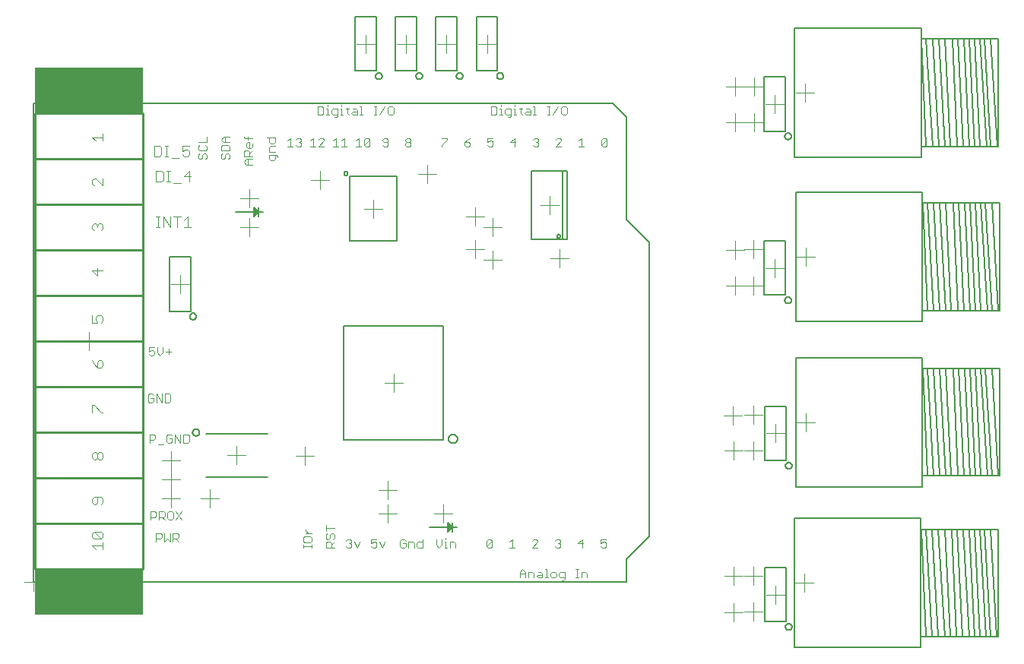
<source format=gto>
G75*
%MOIN*%
%OFA0B0*%
%FSLAX25Y25*%
%IPPOS*%
%LPD*%
%AMOC8*
5,1,8,0,0,1.08239X$1,22.5*
%
%ADD10C,0.00400*%
%ADD11C,0.00300*%
%ADD12C,0.00000*%
%ADD13C,0.00500*%
%ADD14C,0.00787*%
%ADD15C,0.00800*%
%ADD16C,0.00600*%
%ADD17C,0.01000*%
%ADD18R,0.47244X0.20000*%
D10*
X0054262Y0061048D02*
X0052728Y0062583D01*
X0057331Y0062583D01*
X0057331Y0061048D02*
X0057331Y0064118D01*
X0056564Y0065652D02*
X0053495Y0068722D01*
X0056564Y0068722D01*
X0057331Y0067954D01*
X0057331Y0066420D01*
X0056564Y0065652D01*
X0053495Y0065652D01*
X0052728Y0066420D01*
X0052728Y0067954D01*
X0053495Y0068722D01*
X0053495Y0080733D02*
X0054262Y0080733D01*
X0055030Y0081501D01*
X0055030Y0083803D01*
X0056564Y0083803D02*
X0053495Y0083803D01*
X0052728Y0083035D01*
X0052728Y0081501D01*
X0053495Y0080733D01*
X0056564Y0080733D02*
X0057331Y0081501D01*
X0057331Y0083035D01*
X0056564Y0083803D01*
X0056564Y0100419D02*
X0055797Y0100419D01*
X0055030Y0101186D01*
X0055030Y0102720D01*
X0055797Y0103488D01*
X0056564Y0103488D01*
X0057331Y0102720D01*
X0057331Y0101186D01*
X0056564Y0100419D01*
X0055030Y0101186D02*
X0054262Y0100419D01*
X0053495Y0100419D01*
X0052728Y0101186D01*
X0052728Y0102720D01*
X0053495Y0103488D01*
X0054262Y0103488D01*
X0055030Y0102720D01*
X0056564Y0121088D02*
X0057331Y0121088D01*
X0056564Y0121088D02*
X0053495Y0124157D01*
X0052728Y0124157D01*
X0052728Y0121088D01*
X0055030Y0140773D02*
X0053495Y0142307D01*
X0052728Y0143842D01*
X0055030Y0143075D02*
X0055030Y0140773D01*
X0056564Y0140773D01*
X0057331Y0141540D01*
X0057331Y0143075D01*
X0056564Y0143842D01*
X0055797Y0143842D01*
X0055030Y0143075D01*
X0055030Y0160458D02*
X0052728Y0160458D01*
X0052728Y0163527D01*
X0054262Y0162760D02*
X0055030Y0163527D01*
X0056564Y0163527D01*
X0057331Y0162760D01*
X0057331Y0161225D01*
X0056564Y0160458D01*
X0055030Y0160458D02*
X0054262Y0161993D01*
X0054262Y0162760D01*
X0055030Y0181127D02*
X0055030Y0184196D01*
X0057331Y0183429D02*
X0052728Y0183429D01*
X0055030Y0181127D01*
X0056564Y0200812D02*
X0057331Y0201580D01*
X0057331Y0203114D01*
X0056564Y0203881D01*
X0055797Y0203881D01*
X0055030Y0203114D01*
X0055030Y0202347D01*
X0055030Y0203114D02*
X0054262Y0203881D01*
X0053495Y0203881D01*
X0052728Y0203114D01*
X0052728Y0201580D01*
X0053495Y0200812D01*
X0053495Y0220497D02*
X0052728Y0221265D01*
X0052728Y0222799D01*
X0053495Y0223567D01*
X0054262Y0223567D01*
X0057331Y0220497D01*
X0057331Y0223567D01*
X0057331Y0240182D02*
X0057331Y0243252D01*
X0057331Y0241717D02*
X0052728Y0241717D01*
X0054262Y0240182D01*
X0079956Y0237975D02*
X0079956Y0233371D01*
X0082258Y0233371D01*
X0083025Y0234139D01*
X0083025Y0237208D01*
X0082258Y0237975D01*
X0079956Y0237975D01*
X0084560Y0237975D02*
X0086094Y0237975D01*
X0085327Y0237975D02*
X0085327Y0233371D01*
X0084560Y0233371D02*
X0086094Y0233371D01*
X0087629Y0232604D02*
X0090698Y0232604D01*
X0092233Y0234139D02*
X0093000Y0233371D01*
X0094535Y0233371D01*
X0095302Y0234139D01*
X0095302Y0235673D01*
X0094535Y0236441D01*
X0093768Y0236441D01*
X0092233Y0235673D01*
X0092233Y0237975D01*
X0095302Y0237975D01*
X0095322Y0226952D02*
X0093020Y0224650D01*
X0096090Y0224650D01*
X0095322Y0222348D02*
X0095322Y0226952D01*
X0091486Y0221580D02*
X0088417Y0221580D01*
X0086882Y0222348D02*
X0085347Y0222348D01*
X0086115Y0222348D02*
X0086115Y0226952D01*
X0086882Y0226952D02*
X0085347Y0226952D01*
X0083813Y0226184D02*
X0083045Y0226952D01*
X0080743Y0226952D01*
X0080743Y0222348D01*
X0083045Y0222348D01*
X0083813Y0223115D01*
X0083813Y0226184D01*
X0083813Y0206873D02*
X0086882Y0202269D01*
X0086882Y0206873D01*
X0088417Y0206873D02*
X0091486Y0206873D01*
X0089951Y0206873D02*
X0089951Y0202269D01*
X0093020Y0202269D02*
X0096090Y0202269D01*
X0094555Y0202269D02*
X0094555Y0206873D01*
X0093020Y0205338D01*
X0083813Y0206873D02*
X0083813Y0202269D01*
X0082278Y0202269D02*
X0080743Y0202269D01*
X0081511Y0202269D02*
X0081511Y0206873D01*
X0082278Y0206873D02*
X0080743Y0206873D01*
D11*
X0099764Y0232158D02*
X0099147Y0232775D01*
X0099147Y0234009D01*
X0099764Y0234626D01*
X0099764Y0235841D02*
X0102233Y0235841D01*
X0102850Y0236458D01*
X0102850Y0237692D01*
X0102233Y0238310D01*
X0102850Y0239524D02*
X0102850Y0241993D01*
X0102850Y0239524D02*
X0099147Y0239524D01*
X0099764Y0238310D02*
X0099147Y0237692D01*
X0099147Y0236458D01*
X0099764Y0235841D01*
X0100998Y0234009D02*
X0101616Y0234626D01*
X0102233Y0234626D01*
X0102850Y0234009D01*
X0102850Y0232775D01*
X0102233Y0232158D01*
X0100998Y0232775D02*
X0100998Y0234009D01*
X0100998Y0232775D02*
X0100381Y0232158D01*
X0099764Y0232158D01*
X0109147Y0232775D02*
X0109764Y0232158D01*
X0110381Y0232158D01*
X0110998Y0232775D01*
X0110998Y0234009D01*
X0111616Y0234626D01*
X0112233Y0234626D01*
X0112850Y0234009D01*
X0112850Y0232775D01*
X0112233Y0232158D01*
X0109147Y0232775D02*
X0109147Y0234009D01*
X0109764Y0234626D01*
X0109147Y0235841D02*
X0109147Y0237692D01*
X0109764Y0238310D01*
X0112233Y0238310D01*
X0112850Y0237692D01*
X0112850Y0235841D01*
X0109147Y0235841D01*
X0110381Y0239524D02*
X0109147Y0240758D01*
X0110381Y0241993D01*
X0112850Y0241993D01*
X0110998Y0241993D02*
X0110998Y0239524D01*
X0110381Y0239524D02*
X0112850Y0239524D01*
X0119147Y0241986D02*
X0119764Y0241369D01*
X0122850Y0241369D01*
X0120998Y0240752D02*
X0120998Y0241986D01*
X0120998Y0239537D02*
X0121616Y0239537D01*
X0121616Y0237069D01*
X0122233Y0237069D02*
X0120998Y0237069D01*
X0120381Y0237686D01*
X0120381Y0238920D01*
X0120998Y0239537D01*
X0122850Y0238920D02*
X0122850Y0237686D01*
X0122233Y0237069D01*
X0122850Y0235854D02*
X0121616Y0234620D01*
X0121616Y0235237D02*
X0121616Y0233385D01*
X0122850Y0233385D02*
X0119147Y0233385D01*
X0119147Y0235237D01*
X0119764Y0235854D01*
X0120998Y0235854D01*
X0121616Y0235237D01*
X0120998Y0232171D02*
X0120998Y0229702D01*
X0120381Y0229702D02*
X0119147Y0230937D01*
X0120381Y0232171D01*
X0122850Y0232171D01*
X0122850Y0229702D02*
X0120381Y0229702D01*
X0130381Y0232275D02*
X0130381Y0234126D01*
X0133467Y0234126D01*
X0134084Y0233509D01*
X0134084Y0232892D01*
X0132850Y0232275D02*
X0132850Y0234126D01*
X0132850Y0235341D02*
X0130381Y0235341D01*
X0130381Y0237192D01*
X0130998Y0237810D01*
X0132850Y0237810D01*
X0132233Y0239024D02*
X0130998Y0239024D01*
X0130381Y0239641D01*
X0130381Y0241493D01*
X0129147Y0241493D02*
X0132850Y0241493D01*
X0132850Y0239641D01*
X0132233Y0239024D01*
X0138284Y0240176D02*
X0139518Y0241410D01*
X0139518Y0237707D01*
X0138284Y0237707D02*
X0140752Y0237707D01*
X0141967Y0238324D02*
X0142584Y0237707D01*
X0143818Y0237707D01*
X0144436Y0238324D01*
X0144436Y0238941D01*
X0143818Y0239559D01*
X0143201Y0239559D01*
X0143818Y0239559D02*
X0144436Y0240176D01*
X0144436Y0240793D01*
X0143818Y0241410D01*
X0142584Y0241410D01*
X0141967Y0240793D01*
X0148284Y0240176D02*
X0149518Y0241410D01*
X0149518Y0237707D01*
X0148284Y0237707D02*
X0150752Y0237707D01*
X0151967Y0237707D02*
X0154436Y0240176D01*
X0154436Y0240793D01*
X0153818Y0241410D01*
X0152584Y0241410D01*
X0151967Y0240793D01*
X0151967Y0237707D02*
X0154436Y0237707D01*
X0158284Y0237707D02*
X0160752Y0237707D01*
X0161967Y0237707D02*
X0164436Y0237707D01*
X0163201Y0237707D02*
X0163201Y0241410D01*
X0161967Y0240176D01*
X0159518Y0241410D02*
X0159518Y0237707D01*
X0158284Y0240176D02*
X0159518Y0241410D01*
X0168284Y0240176D02*
X0169518Y0241410D01*
X0169518Y0237707D01*
X0168284Y0237707D02*
X0170752Y0237707D01*
X0171967Y0238324D02*
X0174436Y0240793D01*
X0174436Y0238324D01*
X0173818Y0237707D01*
X0172584Y0237707D01*
X0171967Y0238324D01*
X0171967Y0240793D01*
X0172584Y0241410D01*
X0173818Y0241410D01*
X0174436Y0240793D01*
X0179967Y0240793D02*
X0179967Y0240176D01*
X0180584Y0239559D01*
X0182436Y0239559D01*
X0182436Y0240793D02*
X0182436Y0238324D01*
X0181818Y0237707D01*
X0180584Y0237707D01*
X0179967Y0238324D01*
X0179967Y0240793D02*
X0180584Y0241410D01*
X0181818Y0241410D01*
X0182436Y0240793D01*
X0189967Y0240793D02*
X0189967Y0240176D01*
X0190584Y0239559D01*
X0191818Y0239559D01*
X0192436Y0238941D01*
X0192436Y0238324D01*
X0191818Y0237707D01*
X0190584Y0237707D01*
X0189967Y0238324D01*
X0189967Y0238941D01*
X0190584Y0239559D01*
X0191818Y0239559D02*
X0192436Y0240176D01*
X0192436Y0240793D01*
X0191818Y0241410D01*
X0190584Y0241410D01*
X0189967Y0240793D01*
X0184194Y0251707D02*
X0184812Y0252324D01*
X0184812Y0254793D01*
X0184194Y0255410D01*
X0182960Y0255410D01*
X0182343Y0254793D01*
X0182343Y0252324D01*
X0182960Y0251707D01*
X0184194Y0251707D01*
X0181128Y0255410D02*
X0178660Y0251707D01*
X0177439Y0251707D02*
X0176204Y0251707D01*
X0176821Y0251707D02*
X0176821Y0255410D01*
X0176204Y0255410D02*
X0177439Y0255410D01*
X0170683Y0255410D02*
X0170683Y0251707D01*
X0170066Y0251707D02*
X0171300Y0251707D01*
X0168851Y0251707D02*
X0167000Y0251707D01*
X0166383Y0252324D01*
X0167000Y0252941D01*
X0168851Y0252941D01*
X0168851Y0253559D02*
X0168851Y0251707D01*
X0168851Y0253559D02*
X0168234Y0254176D01*
X0167000Y0254176D01*
X0165162Y0254176D02*
X0163927Y0254176D01*
X0164544Y0254793D02*
X0164544Y0252324D01*
X0165162Y0251707D01*
X0162706Y0251707D02*
X0161472Y0251707D01*
X0162089Y0251707D02*
X0162089Y0254176D01*
X0161472Y0254176D01*
X0160257Y0254176D02*
X0158406Y0254176D01*
X0157789Y0253559D01*
X0157789Y0252324D01*
X0158406Y0251707D01*
X0160257Y0251707D01*
X0160257Y0251090D02*
X0160257Y0254176D01*
X0162089Y0255410D02*
X0162089Y0256027D01*
X0160257Y0251090D02*
X0159640Y0250473D01*
X0159023Y0250473D01*
X0156568Y0251707D02*
X0155333Y0251707D01*
X0155950Y0251707D02*
X0155950Y0254176D01*
X0155333Y0254176D01*
X0154119Y0254793D02*
X0153502Y0255410D01*
X0151650Y0255410D01*
X0151650Y0251707D01*
X0153502Y0251707D01*
X0154119Y0252324D01*
X0154119Y0254793D01*
X0155950Y0255410D02*
X0155950Y0256027D01*
X0170066Y0255410D02*
X0170683Y0255410D01*
X0205967Y0241410D02*
X0208436Y0241410D01*
X0208436Y0240793D01*
X0205967Y0238324D01*
X0205967Y0237707D01*
X0215967Y0238324D02*
X0216584Y0237707D01*
X0217818Y0237707D01*
X0218436Y0238324D01*
X0218436Y0238941D01*
X0217818Y0239559D01*
X0215967Y0239559D01*
X0215967Y0238324D01*
X0215967Y0239559D02*
X0217201Y0240793D01*
X0218436Y0241410D01*
X0225967Y0241410D02*
X0225967Y0239559D01*
X0227201Y0240176D01*
X0227818Y0240176D01*
X0228436Y0239559D01*
X0228436Y0238324D01*
X0227818Y0237707D01*
X0226584Y0237707D01*
X0225967Y0238324D01*
X0225967Y0241410D02*
X0228436Y0241410D01*
X0235967Y0239559D02*
X0238436Y0239559D01*
X0237818Y0241410D02*
X0235967Y0239559D01*
X0237818Y0241410D02*
X0237818Y0237707D01*
X0245967Y0238324D02*
X0246584Y0237707D01*
X0247818Y0237707D01*
X0248436Y0238324D01*
X0248436Y0238941D01*
X0247818Y0239559D01*
X0247201Y0239559D01*
X0247818Y0239559D02*
X0248436Y0240176D01*
X0248436Y0240793D01*
X0247818Y0241410D01*
X0246584Y0241410D01*
X0245967Y0240793D01*
X0255967Y0240793D02*
X0256584Y0241410D01*
X0257818Y0241410D01*
X0258436Y0240793D01*
X0258436Y0240176D01*
X0255967Y0237707D01*
X0258436Y0237707D01*
X0265967Y0237707D02*
X0268436Y0237707D01*
X0267201Y0237707D02*
X0267201Y0241410D01*
X0265967Y0240176D01*
X0275967Y0240793D02*
X0275967Y0238324D01*
X0278436Y0240793D01*
X0278436Y0238324D01*
X0277818Y0237707D01*
X0276584Y0237707D01*
X0275967Y0238324D01*
X0275967Y0240793D02*
X0276584Y0241410D01*
X0277818Y0241410D01*
X0278436Y0240793D01*
X0260812Y0252324D02*
X0260812Y0254793D01*
X0260194Y0255410D01*
X0258960Y0255410D01*
X0258343Y0254793D01*
X0258343Y0252324D01*
X0258960Y0251707D01*
X0260194Y0251707D01*
X0260812Y0252324D01*
X0257128Y0255410D02*
X0254660Y0251707D01*
X0253439Y0251707D02*
X0252204Y0251707D01*
X0252821Y0251707D02*
X0252821Y0255410D01*
X0252204Y0255410D02*
X0253439Y0255410D01*
X0246683Y0255410D02*
X0246683Y0251707D01*
X0246066Y0251707D02*
X0247300Y0251707D01*
X0244851Y0251707D02*
X0243000Y0251707D01*
X0242383Y0252324D01*
X0243000Y0252941D01*
X0244851Y0252941D01*
X0244851Y0253559D02*
X0244851Y0251707D01*
X0244851Y0253559D02*
X0244234Y0254176D01*
X0243000Y0254176D01*
X0241162Y0254176D02*
X0239927Y0254176D01*
X0240544Y0254793D02*
X0240544Y0252324D01*
X0241162Y0251707D01*
X0238706Y0251707D02*
X0237472Y0251707D01*
X0238089Y0251707D02*
X0238089Y0254176D01*
X0237472Y0254176D01*
X0236257Y0254176D02*
X0234406Y0254176D01*
X0233789Y0253559D01*
X0233789Y0252324D01*
X0234406Y0251707D01*
X0236257Y0251707D01*
X0236257Y0251090D02*
X0236257Y0254176D01*
X0238089Y0255410D02*
X0238089Y0256027D01*
X0236257Y0251090D02*
X0235640Y0250473D01*
X0235023Y0250473D01*
X0232568Y0251707D02*
X0231333Y0251707D01*
X0231950Y0251707D02*
X0231950Y0254176D01*
X0231333Y0254176D01*
X0230119Y0254793D02*
X0230119Y0252324D01*
X0229502Y0251707D01*
X0227650Y0251707D01*
X0227650Y0255410D01*
X0229502Y0255410D01*
X0230119Y0254793D01*
X0231950Y0255410D02*
X0231950Y0256027D01*
X0246066Y0255410D02*
X0246683Y0255410D01*
X0132850Y0232275D02*
X0132233Y0231658D01*
X0130998Y0231658D01*
X0130381Y0232275D01*
X0086144Y0149006D02*
X0086144Y0146537D01*
X0084910Y0147771D02*
X0087379Y0147771D01*
X0083696Y0147154D02*
X0082461Y0145920D01*
X0081227Y0147154D01*
X0081227Y0149623D01*
X0080012Y0149623D02*
X0077544Y0149623D01*
X0077544Y0147771D01*
X0078778Y0148388D01*
X0079395Y0148388D01*
X0080012Y0147771D01*
X0080012Y0146537D01*
X0079395Y0145920D01*
X0078161Y0145920D01*
X0077544Y0146537D01*
X0083696Y0147154D02*
X0083696Y0149623D01*
X0083302Y0129150D02*
X0083302Y0125447D01*
X0080833Y0129150D01*
X0080833Y0125447D01*
X0079619Y0126064D02*
X0079619Y0127299D01*
X0078384Y0127299D01*
X0077150Y0128533D02*
X0077150Y0126064D01*
X0077767Y0125447D01*
X0079002Y0125447D01*
X0079619Y0126064D01*
X0079619Y0128533D02*
X0079002Y0129150D01*
X0077767Y0129150D01*
X0077150Y0128533D01*
X0084516Y0129150D02*
X0084516Y0125447D01*
X0086368Y0125447D01*
X0086985Y0126064D01*
X0086985Y0128533D01*
X0086368Y0129150D01*
X0084516Y0129150D01*
X0085921Y0111434D02*
X0085304Y0110817D01*
X0085304Y0108348D01*
X0085921Y0107731D01*
X0087155Y0107731D01*
X0087772Y0108348D01*
X0087772Y0109582D01*
X0086538Y0109582D01*
X0087772Y0110817D02*
X0087155Y0111434D01*
X0085921Y0111434D01*
X0088987Y0111434D02*
X0091456Y0107731D01*
X0091456Y0111434D01*
X0092670Y0111434D02*
X0094522Y0111434D01*
X0095139Y0110817D01*
X0095139Y0108348D01*
X0094522Y0107731D01*
X0092670Y0107731D01*
X0092670Y0111434D01*
X0088987Y0111434D02*
X0088987Y0107731D01*
X0084089Y0107114D02*
X0081621Y0107114D01*
X0079789Y0108965D02*
X0077937Y0108965D01*
X0077937Y0107731D02*
X0077937Y0111434D01*
X0079789Y0111434D01*
X0080406Y0110817D01*
X0080406Y0109582D01*
X0079789Y0108965D01*
X0080183Y0077576D02*
X0080800Y0076958D01*
X0080800Y0075724D01*
X0080183Y0075107D01*
X0078331Y0075107D01*
X0078331Y0073872D02*
X0078331Y0077576D01*
X0080183Y0077576D01*
X0082014Y0077576D02*
X0082014Y0073872D01*
X0082014Y0075107D02*
X0083866Y0075107D01*
X0084483Y0075724D01*
X0084483Y0076958D01*
X0083866Y0077576D01*
X0082014Y0077576D01*
X0083249Y0075107D02*
X0084483Y0073872D01*
X0085697Y0074490D02*
X0086315Y0073872D01*
X0087549Y0073872D01*
X0088166Y0074490D01*
X0088166Y0076958D01*
X0087549Y0077576D01*
X0086315Y0077576D01*
X0085697Y0076958D01*
X0085697Y0074490D01*
X0089381Y0073872D02*
X0091849Y0077576D01*
X0089381Y0077576D02*
X0091849Y0073872D01*
X0089911Y0068127D02*
X0090528Y0067510D01*
X0090528Y0066275D01*
X0089911Y0065658D01*
X0088060Y0065658D01*
X0089294Y0065658D02*
X0090528Y0064424D01*
X0088060Y0064424D02*
X0088060Y0068127D01*
X0089911Y0068127D01*
X0086845Y0068127D02*
X0086845Y0064424D01*
X0085611Y0065658D01*
X0084376Y0064424D01*
X0084376Y0068127D01*
X0083162Y0067510D02*
X0083162Y0066275D01*
X0082545Y0065658D01*
X0080693Y0065658D01*
X0080693Y0064424D02*
X0080693Y0068127D01*
X0082545Y0068127D01*
X0083162Y0067510D01*
X0145147Y0065974D02*
X0145764Y0066592D01*
X0148233Y0066592D01*
X0148850Y0065974D01*
X0148850Y0064740D01*
X0148233Y0064123D01*
X0145764Y0064123D01*
X0145147Y0064740D01*
X0145147Y0065974D01*
X0146381Y0067806D02*
X0148850Y0067806D01*
X0147616Y0067806D02*
X0146381Y0069040D01*
X0146381Y0069657D01*
X0145147Y0062902D02*
X0145147Y0061667D01*
X0145147Y0062285D02*
X0148850Y0062285D01*
X0148850Y0062902D02*
X0148850Y0061667D01*
X0155147Y0061667D02*
X0155147Y0063519D01*
X0155764Y0064136D01*
X0156998Y0064136D01*
X0157616Y0063519D01*
X0157616Y0061667D01*
X0158850Y0061667D02*
X0155147Y0061667D01*
X0157616Y0062902D02*
X0158850Y0064136D01*
X0158233Y0065350D02*
X0158850Y0065968D01*
X0158850Y0067202D01*
X0158233Y0067819D01*
X0157616Y0067819D01*
X0156998Y0067202D01*
X0156998Y0065968D01*
X0156381Y0065350D01*
X0155764Y0065350D01*
X0155147Y0065968D01*
X0155147Y0067202D01*
X0155764Y0067819D01*
X0155147Y0069034D02*
X0155147Y0071502D01*
X0155147Y0070268D02*
X0158850Y0070268D01*
X0163970Y0064793D02*
X0164587Y0065410D01*
X0165822Y0065410D01*
X0166439Y0064793D01*
X0166439Y0064176D01*
X0165822Y0063559D01*
X0166439Y0062941D01*
X0166439Y0062324D01*
X0165822Y0061707D01*
X0164587Y0061707D01*
X0163970Y0062324D01*
X0165204Y0063559D02*
X0165822Y0063559D01*
X0167653Y0064176D02*
X0168888Y0061707D01*
X0170122Y0064176D01*
X0174970Y0063559D02*
X0176204Y0064176D01*
X0176822Y0064176D01*
X0177439Y0063559D01*
X0177439Y0062324D01*
X0176822Y0061707D01*
X0175587Y0061707D01*
X0174970Y0062324D01*
X0174970Y0063559D02*
X0174970Y0065410D01*
X0177439Y0065410D01*
X0178653Y0064176D02*
X0179888Y0061707D01*
X0181122Y0064176D01*
X0187690Y0064793D02*
X0187690Y0062324D01*
X0188307Y0061707D01*
X0189541Y0061707D01*
X0190159Y0062324D01*
X0190159Y0063559D01*
X0188924Y0063559D01*
X0187690Y0064793D02*
X0188307Y0065410D01*
X0189541Y0065410D01*
X0190159Y0064793D01*
X0191373Y0064176D02*
X0193224Y0064176D01*
X0193842Y0063559D01*
X0193842Y0061707D01*
X0195056Y0062324D02*
X0195056Y0063559D01*
X0195673Y0064176D01*
X0197525Y0064176D01*
X0197525Y0065410D02*
X0197525Y0061707D01*
X0195673Y0061707D01*
X0195056Y0062324D01*
X0191373Y0061707D02*
X0191373Y0064176D01*
X0203470Y0065410D02*
X0203470Y0062941D01*
X0204704Y0061707D01*
X0205939Y0062941D01*
X0205939Y0065410D01*
X0207153Y0064176D02*
X0207770Y0064176D01*
X0207770Y0061707D01*
X0207153Y0061707D02*
X0208388Y0061707D01*
X0209609Y0061707D02*
X0209609Y0064176D01*
X0211460Y0064176D01*
X0212077Y0063559D01*
X0212077Y0061707D01*
X0207770Y0065410D02*
X0207770Y0066027D01*
X0225650Y0064793D02*
X0225650Y0062324D01*
X0228119Y0064793D01*
X0228119Y0062324D01*
X0227502Y0061707D01*
X0226267Y0061707D01*
X0225650Y0062324D01*
X0225650Y0064793D02*
X0226267Y0065410D01*
X0227502Y0065410D01*
X0228119Y0064793D01*
X0235650Y0064176D02*
X0236884Y0065410D01*
X0236884Y0061707D01*
X0235650Y0061707D02*
X0238119Y0061707D01*
X0245650Y0061707D02*
X0248119Y0064176D01*
X0248119Y0064793D01*
X0247502Y0065410D01*
X0246267Y0065410D01*
X0245650Y0064793D01*
X0245650Y0061707D02*
X0248119Y0061707D01*
X0255650Y0062324D02*
X0256267Y0061707D01*
X0257502Y0061707D01*
X0258119Y0062324D01*
X0258119Y0062941D01*
X0257502Y0063559D01*
X0256884Y0063559D01*
X0257502Y0063559D02*
X0258119Y0064176D01*
X0258119Y0064793D01*
X0257502Y0065410D01*
X0256267Y0065410D01*
X0255650Y0064793D01*
X0265650Y0063559D02*
X0268119Y0063559D01*
X0267502Y0065410D02*
X0265650Y0063559D01*
X0267502Y0065410D02*
X0267502Y0061707D01*
X0275650Y0062324D02*
X0276267Y0061707D01*
X0277502Y0061707D01*
X0278119Y0062324D01*
X0278119Y0063559D01*
X0277502Y0064176D01*
X0276884Y0064176D01*
X0275650Y0063559D01*
X0275650Y0065410D01*
X0278119Y0065410D01*
X0269051Y0050996D02*
X0269668Y0050379D01*
X0269668Y0048527D01*
X0267199Y0048527D02*
X0267199Y0050996D01*
X0269051Y0050996D01*
X0265978Y0052230D02*
X0264744Y0052230D01*
X0265361Y0052230D02*
X0265361Y0048527D01*
X0264744Y0048527D02*
X0265978Y0048527D01*
X0259847Y0048527D02*
X0257995Y0048527D01*
X0257378Y0049144D01*
X0257378Y0050379D01*
X0257995Y0050996D01*
X0259847Y0050996D01*
X0259847Y0047910D01*
X0259229Y0047293D01*
X0258612Y0047293D01*
X0256163Y0049144D02*
X0256163Y0050379D01*
X0255546Y0050996D01*
X0254312Y0050996D01*
X0253695Y0050379D01*
X0253695Y0049144D01*
X0254312Y0048527D01*
X0255546Y0048527D01*
X0256163Y0049144D01*
X0252474Y0048527D02*
X0251239Y0048527D01*
X0251856Y0048527D02*
X0251856Y0052230D01*
X0251239Y0052230D01*
X0249408Y0050996D02*
X0250025Y0050379D01*
X0250025Y0048527D01*
X0248173Y0048527D01*
X0247556Y0049144D01*
X0248173Y0049762D01*
X0250025Y0049762D01*
X0249408Y0050996D02*
X0248173Y0050996D01*
X0246342Y0050379D02*
X0246342Y0048527D01*
X0246342Y0050379D02*
X0245724Y0050996D01*
X0243873Y0050996D01*
X0243873Y0048527D01*
X0242659Y0048527D02*
X0242659Y0050996D01*
X0241424Y0052230D01*
X0240190Y0050996D01*
X0240190Y0048527D01*
X0240190Y0050379D02*
X0242659Y0050379D01*
D12*
X0027000Y0050557D02*
X0027000Y0042557D01*
X0023000Y0046557D02*
X0031000Y0046557D01*
X0083217Y0083211D02*
X0091217Y0083211D01*
X0087217Y0079211D02*
X0087217Y0087211D01*
X0087217Y0087596D02*
X0087217Y0095596D01*
X0087256Y0096002D02*
X0087256Y0104002D01*
X0083256Y0100002D02*
X0091256Y0100002D01*
X0091217Y0091596D02*
X0083217Y0091596D01*
X0100402Y0083152D02*
X0108402Y0083152D01*
X0104402Y0079152D02*
X0104402Y0087152D01*
X0116134Y0098187D02*
X0116134Y0106187D01*
X0112134Y0102187D02*
X0120134Y0102187D01*
X0141898Y0102069D02*
X0149898Y0102069D01*
X0145898Y0098069D02*
X0145898Y0106069D01*
X0178335Y0086951D02*
X0186335Y0086951D01*
X0182335Y0082951D02*
X0182335Y0090951D01*
X0182354Y0080695D02*
X0182354Y0072695D01*
X0178354Y0076695D02*
X0186354Y0076695D01*
X0202528Y0076478D02*
X0210528Y0076478D01*
X0206528Y0072478D02*
X0206528Y0080478D01*
X0184953Y0129998D02*
X0184953Y0137998D01*
X0180953Y0133998D02*
X0188953Y0133998D01*
X0228398Y0184053D02*
X0228398Y0192053D01*
X0224484Y0192620D02*
X0216484Y0192620D01*
X0220484Y0188620D02*
X0220484Y0196620D01*
X0220484Y0202951D02*
X0220484Y0210951D01*
X0216484Y0206951D02*
X0224484Y0206951D01*
X0228358Y0206148D02*
X0228358Y0198148D01*
X0224358Y0202148D02*
X0232358Y0202148D01*
X0232398Y0188053D02*
X0224398Y0188053D01*
X0253492Y0188604D02*
X0261492Y0188604D01*
X0257492Y0184604D02*
X0257492Y0192604D01*
X0253142Y0207872D02*
X0253142Y0215872D01*
X0249142Y0211872D02*
X0257142Y0211872D01*
X0203677Y0225553D02*
X0195677Y0225553D01*
X0199677Y0221553D02*
X0199677Y0229553D01*
X0179976Y0210396D02*
X0171976Y0210396D01*
X0175976Y0206396D02*
X0175976Y0214396D01*
X0156748Y0222994D02*
X0148748Y0222994D01*
X0152748Y0218994D02*
X0152748Y0226994D01*
X0125488Y0215061D02*
X0117488Y0215061D01*
X0121488Y0211061D02*
X0121488Y0219061D01*
X0121488Y0206463D02*
X0121488Y0198463D01*
X0117488Y0202463D02*
X0125488Y0202463D01*
X0095173Y0177266D02*
X0087173Y0177266D01*
X0091173Y0173266D02*
X0091173Y0181266D01*
X0055311Y0152384D02*
X0047311Y0152384D01*
X0051311Y0148384D02*
X0051311Y0156384D01*
X0172669Y0278778D02*
X0172669Y0286778D01*
X0168669Y0282778D02*
X0176669Y0282778D01*
X0186386Y0282778D02*
X0194386Y0282778D01*
X0190386Y0278778D02*
X0190386Y0286778D01*
X0204102Y0282778D02*
X0212102Y0282778D01*
X0208102Y0278778D02*
X0208102Y0286778D01*
X0221819Y0282778D02*
X0229819Y0282778D01*
X0225819Y0278778D02*
X0225819Y0286778D01*
X0330480Y0263880D02*
X0338480Y0263880D01*
X0338906Y0263998D02*
X0346906Y0263998D01*
X0342906Y0259998D02*
X0342906Y0267998D01*
X0334480Y0267880D02*
X0334480Y0259880D01*
X0334480Y0252132D02*
X0334480Y0244132D01*
X0330480Y0248132D02*
X0338480Y0248132D01*
X0338984Y0248348D02*
X0346984Y0248348D01*
X0342984Y0244348D02*
X0342984Y0252348D01*
X0348079Y0256301D02*
X0356079Y0256301D01*
X0352079Y0252301D02*
X0352079Y0260301D01*
X0361287Y0261341D02*
X0369287Y0261341D01*
X0365287Y0257341D02*
X0365287Y0265341D01*
X0342512Y0196541D02*
X0342512Y0188541D01*
X0338480Y0192226D02*
X0330480Y0192226D01*
X0334480Y0188226D02*
X0334480Y0196226D01*
X0338512Y0192541D02*
X0346512Y0192541D01*
X0352079Y0188411D02*
X0352079Y0180411D01*
X0348079Y0184411D02*
X0356079Y0184411D01*
X0361681Y0189352D02*
X0369681Y0189352D01*
X0365681Y0185352D02*
X0365681Y0193352D01*
X0346787Y0176498D02*
X0338787Y0176498D01*
X0338480Y0176478D02*
X0330480Y0176478D01*
X0334480Y0172478D02*
X0334480Y0180478D01*
X0342787Y0180498D02*
X0342787Y0172498D01*
X0342512Y0123864D02*
X0342512Y0115864D01*
X0338512Y0119864D02*
X0346512Y0119864D01*
X0352394Y0115813D02*
X0352394Y0107813D01*
X0348394Y0111813D02*
X0356394Y0111813D01*
X0361681Y0116774D02*
X0369681Y0116774D01*
X0365681Y0112774D02*
X0365681Y0120774D01*
X0346591Y0104431D02*
X0338591Y0104431D01*
X0338087Y0104431D02*
X0330087Y0104431D01*
X0334087Y0100431D02*
X0334087Y0108431D01*
X0333693Y0115785D02*
X0333693Y0123785D01*
X0329693Y0119785D02*
X0337693Y0119785D01*
X0342591Y0108431D02*
X0342591Y0100431D01*
X0342512Y0053313D02*
X0342512Y0045313D01*
X0338512Y0049313D02*
X0346512Y0049313D01*
X0352394Y0045104D02*
X0352394Y0037104D01*
X0348394Y0041104D02*
X0356394Y0041104D01*
X0361091Y0046163D02*
X0369091Y0046163D01*
X0365091Y0042163D02*
X0365091Y0050163D01*
X0346591Y0033506D02*
X0338591Y0033506D01*
X0338087Y0033171D02*
X0330087Y0033171D01*
X0334087Y0029171D02*
X0334087Y0037171D01*
X0334087Y0045313D02*
X0334087Y0053313D01*
X0330087Y0049313D02*
X0338087Y0049313D01*
X0342591Y0037506D02*
X0342591Y0029506D01*
D13*
X0347748Y0029175D02*
X0357039Y0029175D01*
X0357039Y0053033D01*
X0347748Y0053033D01*
X0347748Y0029175D01*
X0356722Y0027010D02*
X0356724Y0027085D01*
X0356730Y0027160D01*
X0356740Y0027234D01*
X0356754Y0027308D01*
X0356771Y0027381D01*
X0356793Y0027452D01*
X0356818Y0027523D01*
X0356847Y0027592D01*
X0356879Y0027660D01*
X0356915Y0027725D01*
X0356955Y0027789D01*
X0356998Y0027851D01*
X0357044Y0027910D01*
X0357093Y0027967D01*
X0357145Y0028021D01*
X0357199Y0028072D01*
X0357257Y0028120D01*
X0357316Y0028165D01*
X0357379Y0028207D01*
X0357443Y0028246D01*
X0357509Y0028281D01*
X0357577Y0028313D01*
X0357647Y0028341D01*
X0357717Y0028365D01*
X0357790Y0028386D01*
X0357863Y0028402D01*
X0357937Y0028415D01*
X0358011Y0028424D01*
X0358086Y0028429D01*
X0358161Y0028430D01*
X0358236Y0028427D01*
X0358310Y0028420D01*
X0358384Y0028409D01*
X0358458Y0028394D01*
X0358531Y0028376D01*
X0358602Y0028353D01*
X0358672Y0028327D01*
X0358741Y0028297D01*
X0358808Y0028264D01*
X0358874Y0028227D01*
X0358937Y0028187D01*
X0358998Y0028143D01*
X0359056Y0028096D01*
X0359112Y0028047D01*
X0359166Y0027994D01*
X0359216Y0027939D01*
X0359264Y0027881D01*
X0359308Y0027820D01*
X0359349Y0027758D01*
X0359387Y0027693D01*
X0359421Y0027626D01*
X0359452Y0027558D01*
X0359479Y0027488D01*
X0359503Y0027417D01*
X0359522Y0027344D01*
X0359538Y0027271D01*
X0359550Y0027197D01*
X0359558Y0027122D01*
X0359562Y0027047D01*
X0359562Y0026973D01*
X0359558Y0026898D01*
X0359550Y0026823D01*
X0359538Y0026749D01*
X0359522Y0026676D01*
X0359503Y0026603D01*
X0359479Y0026532D01*
X0359452Y0026462D01*
X0359421Y0026394D01*
X0359387Y0026327D01*
X0359349Y0026262D01*
X0359308Y0026200D01*
X0359264Y0026139D01*
X0359216Y0026081D01*
X0359166Y0026026D01*
X0359112Y0025973D01*
X0359056Y0025924D01*
X0358998Y0025877D01*
X0358937Y0025833D01*
X0358874Y0025793D01*
X0358808Y0025756D01*
X0358741Y0025723D01*
X0358672Y0025693D01*
X0358602Y0025667D01*
X0358531Y0025644D01*
X0358458Y0025626D01*
X0358384Y0025611D01*
X0358310Y0025600D01*
X0358236Y0025593D01*
X0358161Y0025590D01*
X0358086Y0025591D01*
X0358011Y0025596D01*
X0357937Y0025605D01*
X0357863Y0025618D01*
X0357790Y0025634D01*
X0357717Y0025655D01*
X0357647Y0025679D01*
X0357577Y0025707D01*
X0357509Y0025739D01*
X0357443Y0025774D01*
X0357379Y0025813D01*
X0357316Y0025855D01*
X0357257Y0025900D01*
X0357199Y0025948D01*
X0357145Y0025999D01*
X0357093Y0026053D01*
X0357044Y0026110D01*
X0356998Y0026169D01*
X0356955Y0026231D01*
X0356915Y0026295D01*
X0356879Y0026360D01*
X0356847Y0026428D01*
X0356818Y0026497D01*
X0356793Y0026568D01*
X0356771Y0026639D01*
X0356754Y0026712D01*
X0356740Y0026786D01*
X0356730Y0026860D01*
X0356724Y0026935D01*
X0356722Y0027010D01*
X0360563Y0017817D02*
X0416075Y0017817D01*
X0416075Y0022541D01*
X0416075Y0069785D01*
X0416272Y0069785D01*
X0418240Y0022935D01*
X0416075Y0022541D02*
X0420996Y0022541D01*
X0418240Y0069785D01*
X0423752Y0069785D01*
X0426508Y0022541D01*
X0420996Y0022541D01*
X0423752Y0022935D02*
X0420996Y0069392D01*
X0418240Y0069785D02*
X0416272Y0069785D01*
X0416075Y0069785D02*
X0416075Y0074510D01*
X0360563Y0074510D01*
X0360563Y0017817D01*
X0426508Y0022541D02*
X0434382Y0022541D01*
X0432020Y0069785D01*
X0439500Y0069785D01*
X0441862Y0022541D01*
X0439500Y0022541D01*
X0437138Y0069392D01*
X0434776Y0069392D02*
X0437138Y0022541D01*
X0434382Y0022541D01*
X0437138Y0022541D02*
X0439500Y0022541D01*
X0441862Y0022541D02*
X0444618Y0022541D01*
X0441862Y0069785D01*
X0443831Y0069785D01*
X0446587Y0022541D01*
X0444618Y0022541D01*
X0446587Y0022541D02*
X0449343Y0022541D01*
X0446587Y0069785D01*
X0449933Y0069785D01*
X0449933Y0022541D01*
X0449343Y0022541D01*
X0431626Y0022935D02*
X0429657Y0069785D01*
X0432020Y0069785D01*
X0429657Y0069785D02*
X0426508Y0069785D01*
X0428870Y0022935D01*
X0426508Y0069785D02*
X0423752Y0069785D01*
X0439500Y0069785D02*
X0441862Y0069785D01*
X0443831Y0069785D02*
X0446587Y0069785D01*
X0416665Y0088427D02*
X0416665Y0093152D01*
X0416665Y0140396D01*
X0416862Y0140396D01*
X0418831Y0093545D01*
X0416665Y0093152D02*
X0421587Y0093152D01*
X0418831Y0140396D01*
X0424343Y0140396D01*
X0427098Y0093152D01*
X0421587Y0093152D01*
X0424343Y0093545D02*
X0421587Y0140002D01*
X0424343Y0140396D02*
X0427098Y0140396D01*
X0429461Y0093545D01*
X0427098Y0093152D02*
X0434972Y0093152D01*
X0432610Y0140396D01*
X0440091Y0140396D01*
X0442453Y0093152D01*
X0440091Y0093152D01*
X0437728Y0140002D01*
X0435366Y0140002D02*
X0437728Y0093152D01*
X0434972Y0093152D01*
X0437728Y0093152D02*
X0440091Y0093152D01*
X0442453Y0093152D02*
X0445209Y0093152D01*
X0442453Y0140396D01*
X0444421Y0140396D01*
X0447177Y0093152D01*
X0445209Y0093152D01*
X0447177Y0093152D02*
X0449933Y0093152D01*
X0447177Y0140396D01*
X0450524Y0140396D01*
X0450524Y0093152D01*
X0449933Y0093152D01*
X0432217Y0093545D02*
X0430248Y0140396D01*
X0432610Y0140396D01*
X0430248Y0140396D02*
X0427098Y0140396D01*
X0418831Y0140396D02*
X0416862Y0140396D01*
X0416665Y0140396D02*
X0416665Y0145120D01*
X0361154Y0145120D01*
X0361154Y0088427D01*
X0416665Y0088427D01*
X0356722Y0097719D02*
X0356724Y0097794D01*
X0356730Y0097869D01*
X0356740Y0097943D01*
X0356754Y0098017D01*
X0356771Y0098090D01*
X0356793Y0098161D01*
X0356818Y0098232D01*
X0356847Y0098301D01*
X0356879Y0098369D01*
X0356915Y0098434D01*
X0356955Y0098498D01*
X0356998Y0098560D01*
X0357044Y0098619D01*
X0357093Y0098676D01*
X0357145Y0098730D01*
X0357199Y0098781D01*
X0357257Y0098829D01*
X0357316Y0098874D01*
X0357379Y0098916D01*
X0357443Y0098955D01*
X0357509Y0098990D01*
X0357577Y0099022D01*
X0357647Y0099050D01*
X0357717Y0099074D01*
X0357790Y0099095D01*
X0357863Y0099111D01*
X0357937Y0099124D01*
X0358011Y0099133D01*
X0358086Y0099138D01*
X0358161Y0099139D01*
X0358236Y0099136D01*
X0358310Y0099129D01*
X0358384Y0099118D01*
X0358458Y0099103D01*
X0358531Y0099085D01*
X0358602Y0099062D01*
X0358672Y0099036D01*
X0358741Y0099006D01*
X0358808Y0098973D01*
X0358874Y0098936D01*
X0358937Y0098896D01*
X0358998Y0098852D01*
X0359056Y0098805D01*
X0359112Y0098756D01*
X0359166Y0098703D01*
X0359216Y0098648D01*
X0359264Y0098590D01*
X0359308Y0098529D01*
X0359349Y0098467D01*
X0359387Y0098402D01*
X0359421Y0098335D01*
X0359452Y0098267D01*
X0359479Y0098197D01*
X0359503Y0098126D01*
X0359522Y0098053D01*
X0359538Y0097980D01*
X0359550Y0097906D01*
X0359558Y0097831D01*
X0359562Y0097756D01*
X0359562Y0097682D01*
X0359558Y0097607D01*
X0359550Y0097532D01*
X0359538Y0097458D01*
X0359522Y0097385D01*
X0359503Y0097312D01*
X0359479Y0097241D01*
X0359452Y0097171D01*
X0359421Y0097103D01*
X0359387Y0097036D01*
X0359349Y0096971D01*
X0359308Y0096909D01*
X0359264Y0096848D01*
X0359216Y0096790D01*
X0359166Y0096735D01*
X0359112Y0096682D01*
X0359056Y0096633D01*
X0358998Y0096586D01*
X0358937Y0096542D01*
X0358874Y0096502D01*
X0358808Y0096465D01*
X0358741Y0096432D01*
X0358672Y0096402D01*
X0358602Y0096376D01*
X0358531Y0096353D01*
X0358458Y0096335D01*
X0358384Y0096320D01*
X0358310Y0096309D01*
X0358236Y0096302D01*
X0358161Y0096299D01*
X0358086Y0096300D01*
X0358011Y0096305D01*
X0357937Y0096314D01*
X0357863Y0096327D01*
X0357790Y0096343D01*
X0357717Y0096364D01*
X0357647Y0096388D01*
X0357577Y0096416D01*
X0357509Y0096448D01*
X0357443Y0096483D01*
X0357379Y0096522D01*
X0357316Y0096564D01*
X0357257Y0096609D01*
X0357199Y0096657D01*
X0357145Y0096708D01*
X0357093Y0096762D01*
X0357044Y0096819D01*
X0356998Y0096878D01*
X0356955Y0096940D01*
X0356915Y0097004D01*
X0356879Y0097069D01*
X0356847Y0097137D01*
X0356818Y0097206D01*
X0356793Y0097277D01*
X0356771Y0097348D01*
X0356754Y0097421D01*
X0356740Y0097495D01*
X0356730Y0097569D01*
X0356724Y0097644D01*
X0356722Y0097719D01*
X0357039Y0099884D02*
X0347748Y0099884D01*
X0347748Y0123742D01*
X0357039Y0123742D01*
X0357039Y0099884D01*
X0440091Y0140396D02*
X0442453Y0140396D01*
X0444421Y0140396D02*
X0447177Y0140396D01*
X0416665Y0161006D02*
X0416665Y0165730D01*
X0416665Y0212974D01*
X0416862Y0212974D01*
X0418831Y0166124D01*
X0416665Y0165730D02*
X0421587Y0165730D01*
X0418831Y0212974D01*
X0424343Y0212974D01*
X0427098Y0165730D01*
X0421587Y0165730D01*
X0424343Y0166124D02*
X0421587Y0212581D01*
X0424343Y0212974D02*
X0427098Y0212974D01*
X0429461Y0166124D01*
X0427098Y0165730D02*
X0434972Y0165730D01*
X0432610Y0212974D01*
X0440091Y0212974D01*
X0442453Y0165730D01*
X0440091Y0165730D01*
X0437728Y0212581D01*
X0435366Y0212581D02*
X0437728Y0165730D01*
X0434972Y0165730D01*
X0437728Y0165730D02*
X0440091Y0165730D01*
X0442453Y0165730D02*
X0445209Y0165730D01*
X0442453Y0212974D01*
X0444421Y0212974D01*
X0447177Y0165730D01*
X0445209Y0165730D01*
X0447177Y0165730D02*
X0449933Y0165730D01*
X0447177Y0212974D01*
X0450524Y0212974D01*
X0450524Y0165730D01*
X0449933Y0165730D01*
X0432217Y0166124D02*
X0430248Y0212974D01*
X0432610Y0212974D01*
X0430248Y0212974D02*
X0427098Y0212974D01*
X0418831Y0212974D02*
X0416862Y0212974D01*
X0416665Y0212974D02*
X0416665Y0217699D01*
X0361154Y0217699D01*
X0361154Y0161006D01*
X0416665Y0161006D01*
X0356407Y0170317D02*
X0356409Y0170392D01*
X0356415Y0170467D01*
X0356425Y0170541D01*
X0356439Y0170615D01*
X0356456Y0170688D01*
X0356478Y0170759D01*
X0356503Y0170830D01*
X0356532Y0170899D01*
X0356564Y0170967D01*
X0356600Y0171032D01*
X0356640Y0171096D01*
X0356683Y0171158D01*
X0356729Y0171217D01*
X0356778Y0171274D01*
X0356830Y0171328D01*
X0356884Y0171379D01*
X0356942Y0171427D01*
X0357001Y0171472D01*
X0357064Y0171514D01*
X0357128Y0171553D01*
X0357194Y0171588D01*
X0357262Y0171620D01*
X0357332Y0171648D01*
X0357402Y0171672D01*
X0357475Y0171693D01*
X0357548Y0171709D01*
X0357622Y0171722D01*
X0357696Y0171731D01*
X0357771Y0171736D01*
X0357846Y0171737D01*
X0357921Y0171734D01*
X0357995Y0171727D01*
X0358069Y0171716D01*
X0358143Y0171701D01*
X0358216Y0171683D01*
X0358287Y0171660D01*
X0358357Y0171634D01*
X0358426Y0171604D01*
X0358493Y0171571D01*
X0358559Y0171534D01*
X0358622Y0171494D01*
X0358683Y0171450D01*
X0358741Y0171403D01*
X0358797Y0171354D01*
X0358851Y0171301D01*
X0358901Y0171246D01*
X0358949Y0171188D01*
X0358993Y0171127D01*
X0359034Y0171065D01*
X0359072Y0171000D01*
X0359106Y0170933D01*
X0359137Y0170865D01*
X0359164Y0170795D01*
X0359188Y0170724D01*
X0359207Y0170651D01*
X0359223Y0170578D01*
X0359235Y0170504D01*
X0359243Y0170429D01*
X0359247Y0170354D01*
X0359247Y0170280D01*
X0359243Y0170205D01*
X0359235Y0170130D01*
X0359223Y0170056D01*
X0359207Y0169983D01*
X0359188Y0169910D01*
X0359164Y0169839D01*
X0359137Y0169769D01*
X0359106Y0169701D01*
X0359072Y0169634D01*
X0359034Y0169569D01*
X0358993Y0169507D01*
X0358949Y0169446D01*
X0358901Y0169388D01*
X0358851Y0169333D01*
X0358797Y0169280D01*
X0358741Y0169231D01*
X0358683Y0169184D01*
X0358622Y0169140D01*
X0358559Y0169100D01*
X0358493Y0169063D01*
X0358426Y0169030D01*
X0358357Y0169000D01*
X0358287Y0168974D01*
X0358216Y0168951D01*
X0358143Y0168933D01*
X0358069Y0168918D01*
X0357995Y0168907D01*
X0357921Y0168900D01*
X0357846Y0168897D01*
X0357771Y0168898D01*
X0357696Y0168903D01*
X0357622Y0168912D01*
X0357548Y0168925D01*
X0357475Y0168941D01*
X0357402Y0168962D01*
X0357332Y0168986D01*
X0357262Y0169014D01*
X0357194Y0169046D01*
X0357128Y0169081D01*
X0357064Y0169120D01*
X0357001Y0169162D01*
X0356942Y0169207D01*
X0356884Y0169255D01*
X0356830Y0169306D01*
X0356778Y0169360D01*
X0356729Y0169417D01*
X0356683Y0169476D01*
X0356640Y0169538D01*
X0356600Y0169602D01*
X0356564Y0169667D01*
X0356532Y0169735D01*
X0356503Y0169804D01*
X0356478Y0169875D01*
X0356456Y0169946D01*
X0356439Y0170019D01*
X0356425Y0170093D01*
X0356415Y0170167D01*
X0356409Y0170242D01*
X0356407Y0170317D01*
X0356724Y0172482D02*
X0347433Y0172482D01*
X0347433Y0196341D01*
X0356724Y0196341D01*
X0356724Y0172482D01*
X0360760Y0232994D02*
X0416272Y0232994D01*
X0416272Y0237719D01*
X0416272Y0284963D01*
X0416469Y0284963D01*
X0418437Y0238112D01*
X0416272Y0237719D02*
X0421193Y0237719D01*
X0418437Y0284963D01*
X0423949Y0284963D01*
X0426705Y0237719D01*
X0421193Y0237719D01*
X0423949Y0238112D02*
X0421193Y0284569D01*
X0423949Y0284963D02*
X0426705Y0284963D01*
X0429067Y0238112D01*
X0426705Y0237719D02*
X0434579Y0237719D01*
X0432217Y0284963D01*
X0439697Y0284963D01*
X0442059Y0237719D01*
X0439697Y0237719D01*
X0437335Y0284569D01*
X0434972Y0284569D02*
X0437335Y0237719D01*
X0434579Y0237719D01*
X0437335Y0237719D02*
X0439697Y0237719D01*
X0442059Y0237719D02*
X0444815Y0237719D01*
X0442059Y0284963D01*
X0444028Y0284963D01*
X0446783Y0237719D01*
X0444815Y0237719D01*
X0446783Y0237719D02*
X0449539Y0237719D01*
X0446783Y0284963D01*
X0450130Y0284963D01*
X0450130Y0237719D01*
X0449539Y0237719D01*
X0431823Y0238112D02*
X0429854Y0284963D01*
X0432217Y0284963D01*
X0429854Y0284963D02*
X0426705Y0284963D01*
X0418437Y0284963D02*
X0416469Y0284963D01*
X0416272Y0284963D02*
X0416272Y0289687D01*
X0360760Y0289687D01*
X0360760Y0232994D01*
X0356407Y0242207D02*
X0356409Y0242282D01*
X0356415Y0242357D01*
X0356425Y0242431D01*
X0356439Y0242505D01*
X0356456Y0242578D01*
X0356478Y0242649D01*
X0356503Y0242720D01*
X0356532Y0242789D01*
X0356564Y0242857D01*
X0356600Y0242922D01*
X0356640Y0242986D01*
X0356683Y0243048D01*
X0356729Y0243107D01*
X0356778Y0243164D01*
X0356830Y0243218D01*
X0356884Y0243269D01*
X0356942Y0243317D01*
X0357001Y0243362D01*
X0357064Y0243404D01*
X0357128Y0243443D01*
X0357194Y0243478D01*
X0357262Y0243510D01*
X0357332Y0243538D01*
X0357402Y0243562D01*
X0357475Y0243583D01*
X0357548Y0243599D01*
X0357622Y0243612D01*
X0357696Y0243621D01*
X0357771Y0243626D01*
X0357846Y0243627D01*
X0357921Y0243624D01*
X0357995Y0243617D01*
X0358069Y0243606D01*
X0358143Y0243591D01*
X0358216Y0243573D01*
X0358287Y0243550D01*
X0358357Y0243524D01*
X0358426Y0243494D01*
X0358493Y0243461D01*
X0358559Y0243424D01*
X0358622Y0243384D01*
X0358683Y0243340D01*
X0358741Y0243293D01*
X0358797Y0243244D01*
X0358851Y0243191D01*
X0358901Y0243136D01*
X0358949Y0243078D01*
X0358993Y0243017D01*
X0359034Y0242955D01*
X0359072Y0242890D01*
X0359106Y0242823D01*
X0359137Y0242755D01*
X0359164Y0242685D01*
X0359188Y0242614D01*
X0359207Y0242541D01*
X0359223Y0242468D01*
X0359235Y0242394D01*
X0359243Y0242319D01*
X0359247Y0242244D01*
X0359247Y0242170D01*
X0359243Y0242095D01*
X0359235Y0242020D01*
X0359223Y0241946D01*
X0359207Y0241873D01*
X0359188Y0241800D01*
X0359164Y0241729D01*
X0359137Y0241659D01*
X0359106Y0241591D01*
X0359072Y0241524D01*
X0359034Y0241459D01*
X0358993Y0241397D01*
X0358949Y0241336D01*
X0358901Y0241278D01*
X0358851Y0241223D01*
X0358797Y0241170D01*
X0358741Y0241121D01*
X0358683Y0241074D01*
X0358622Y0241030D01*
X0358559Y0240990D01*
X0358493Y0240953D01*
X0358426Y0240920D01*
X0358357Y0240890D01*
X0358287Y0240864D01*
X0358216Y0240841D01*
X0358143Y0240823D01*
X0358069Y0240808D01*
X0357995Y0240797D01*
X0357921Y0240790D01*
X0357846Y0240787D01*
X0357771Y0240788D01*
X0357696Y0240793D01*
X0357622Y0240802D01*
X0357548Y0240815D01*
X0357475Y0240831D01*
X0357402Y0240852D01*
X0357332Y0240876D01*
X0357262Y0240904D01*
X0357194Y0240936D01*
X0357128Y0240971D01*
X0357064Y0241010D01*
X0357001Y0241052D01*
X0356942Y0241097D01*
X0356884Y0241145D01*
X0356830Y0241196D01*
X0356778Y0241250D01*
X0356729Y0241307D01*
X0356683Y0241366D01*
X0356640Y0241428D01*
X0356600Y0241492D01*
X0356564Y0241557D01*
X0356532Y0241625D01*
X0356503Y0241694D01*
X0356478Y0241765D01*
X0356456Y0241836D01*
X0356439Y0241909D01*
X0356425Y0241983D01*
X0356415Y0242057D01*
X0356409Y0242132D01*
X0356407Y0242207D01*
X0356724Y0244372D02*
X0347433Y0244372D01*
X0347433Y0268230D01*
X0356724Y0268230D01*
X0356724Y0244372D01*
X0440091Y0212974D02*
X0442453Y0212974D01*
X0444421Y0212974D02*
X0447177Y0212974D01*
X0446783Y0284963D02*
X0444028Y0284963D01*
X0442059Y0284963D02*
X0439697Y0284963D01*
X0261000Y0226864D02*
X0261000Y0196880D01*
X0259031Y0196880D01*
X0259031Y0226864D01*
X0261000Y0226864D01*
X0259031Y0226864D02*
X0245283Y0226864D01*
X0245283Y0196880D01*
X0259031Y0196880D01*
X0256473Y0198356D02*
X0256475Y0198412D01*
X0256481Y0198467D01*
X0256491Y0198521D01*
X0256504Y0198575D01*
X0256522Y0198628D01*
X0256543Y0198679D01*
X0256567Y0198729D01*
X0256595Y0198777D01*
X0256627Y0198823D01*
X0256661Y0198867D01*
X0256699Y0198908D01*
X0256739Y0198946D01*
X0256782Y0198981D01*
X0256827Y0199013D01*
X0256875Y0199042D01*
X0256924Y0199068D01*
X0256975Y0199090D01*
X0257027Y0199108D01*
X0257081Y0199122D01*
X0257136Y0199133D01*
X0257191Y0199140D01*
X0257246Y0199143D01*
X0257302Y0199142D01*
X0257357Y0199137D01*
X0257412Y0199128D01*
X0257466Y0199116D01*
X0257519Y0199099D01*
X0257571Y0199079D01*
X0257621Y0199055D01*
X0257669Y0199028D01*
X0257716Y0198998D01*
X0257760Y0198964D01*
X0257802Y0198927D01*
X0257840Y0198887D01*
X0257877Y0198845D01*
X0257910Y0198800D01*
X0257939Y0198754D01*
X0257966Y0198705D01*
X0257988Y0198654D01*
X0258008Y0198602D01*
X0258023Y0198548D01*
X0258035Y0198494D01*
X0258043Y0198439D01*
X0258047Y0198384D01*
X0258047Y0198328D01*
X0258043Y0198273D01*
X0258035Y0198218D01*
X0258023Y0198164D01*
X0258008Y0198110D01*
X0257988Y0198058D01*
X0257966Y0198007D01*
X0257939Y0197958D01*
X0257910Y0197912D01*
X0257877Y0197867D01*
X0257840Y0197825D01*
X0257802Y0197785D01*
X0257760Y0197748D01*
X0257716Y0197714D01*
X0257669Y0197684D01*
X0257621Y0197657D01*
X0257571Y0197633D01*
X0257519Y0197613D01*
X0257466Y0197596D01*
X0257412Y0197584D01*
X0257357Y0197575D01*
X0257302Y0197570D01*
X0257246Y0197569D01*
X0257191Y0197572D01*
X0257136Y0197579D01*
X0257081Y0197590D01*
X0257027Y0197604D01*
X0256975Y0197622D01*
X0256924Y0197644D01*
X0256875Y0197670D01*
X0256827Y0197699D01*
X0256782Y0197731D01*
X0256739Y0197766D01*
X0256699Y0197804D01*
X0256661Y0197845D01*
X0256627Y0197889D01*
X0256595Y0197935D01*
X0256567Y0197983D01*
X0256543Y0198033D01*
X0256522Y0198084D01*
X0256504Y0198137D01*
X0256491Y0198191D01*
X0256481Y0198245D01*
X0256475Y0198300D01*
X0256473Y0198356D01*
X0186409Y0196222D02*
X0165543Y0196222D01*
X0165543Y0224569D01*
X0186409Y0224569D01*
X0186409Y0196222D01*
X0163197Y0225880D02*
X0163199Y0225936D01*
X0163205Y0225991D01*
X0163215Y0226045D01*
X0163228Y0226099D01*
X0163246Y0226152D01*
X0163267Y0226203D01*
X0163291Y0226253D01*
X0163319Y0226301D01*
X0163351Y0226347D01*
X0163385Y0226391D01*
X0163423Y0226432D01*
X0163463Y0226470D01*
X0163506Y0226505D01*
X0163551Y0226537D01*
X0163599Y0226566D01*
X0163648Y0226592D01*
X0163699Y0226614D01*
X0163751Y0226632D01*
X0163805Y0226646D01*
X0163860Y0226657D01*
X0163915Y0226664D01*
X0163970Y0226667D01*
X0164026Y0226666D01*
X0164081Y0226661D01*
X0164136Y0226652D01*
X0164190Y0226640D01*
X0164243Y0226623D01*
X0164295Y0226603D01*
X0164345Y0226579D01*
X0164393Y0226552D01*
X0164440Y0226522D01*
X0164484Y0226488D01*
X0164526Y0226451D01*
X0164564Y0226411D01*
X0164601Y0226369D01*
X0164634Y0226324D01*
X0164663Y0226278D01*
X0164690Y0226229D01*
X0164712Y0226178D01*
X0164732Y0226126D01*
X0164747Y0226072D01*
X0164759Y0226018D01*
X0164767Y0225963D01*
X0164771Y0225908D01*
X0164771Y0225852D01*
X0164767Y0225797D01*
X0164759Y0225742D01*
X0164747Y0225688D01*
X0164732Y0225634D01*
X0164712Y0225582D01*
X0164690Y0225531D01*
X0164663Y0225482D01*
X0164634Y0225436D01*
X0164601Y0225391D01*
X0164564Y0225349D01*
X0164526Y0225309D01*
X0164484Y0225272D01*
X0164440Y0225238D01*
X0164393Y0225208D01*
X0164345Y0225181D01*
X0164295Y0225157D01*
X0164243Y0225137D01*
X0164190Y0225120D01*
X0164136Y0225108D01*
X0164081Y0225099D01*
X0164026Y0225094D01*
X0163970Y0225093D01*
X0163915Y0225096D01*
X0163860Y0225103D01*
X0163805Y0225114D01*
X0163751Y0225128D01*
X0163699Y0225146D01*
X0163648Y0225168D01*
X0163599Y0225194D01*
X0163551Y0225223D01*
X0163506Y0225255D01*
X0163463Y0225290D01*
X0163423Y0225328D01*
X0163385Y0225369D01*
X0163351Y0225413D01*
X0163319Y0225459D01*
X0163291Y0225507D01*
X0163267Y0225557D01*
X0163246Y0225608D01*
X0163228Y0225661D01*
X0163215Y0225715D01*
X0163205Y0225769D01*
X0163199Y0225824D01*
X0163197Y0225880D01*
X0127488Y0209061D02*
X0115488Y0209061D01*
X0123488Y0209135D02*
X0125414Y0209135D01*
X0125488Y0209061D02*
X0123488Y0211061D01*
X0123488Y0207061D01*
X0125488Y0209061D01*
X0125064Y0208637D02*
X0123488Y0208637D01*
X0123488Y0208138D02*
X0124565Y0208138D01*
X0124067Y0207640D02*
X0123488Y0207640D01*
X0123488Y0207141D02*
X0123568Y0207141D01*
X0125488Y0207061D02*
X0125488Y0211061D01*
X0124417Y0210132D02*
X0123488Y0210132D01*
X0123488Y0209634D02*
X0124916Y0209634D01*
X0123919Y0210631D02*
X0123488Y0210631D01*
X0095819Y0189195D02*
X0086528Y0189195D01*
X0086528Y0165337D01*
X0095819Y0165337D01*
X0095819Y0189195D01*
X0095501Y0163171D02*
X0095503Y0163246D01*
X0095509Y0163321D01*
X0095519Y0163395D01*
X0095533Y0163469D01*
X0095550Y0163542D01*
X0095572Y0163613D01*
X0095597Y0163684D01*
X0095626Y0163753D01*
X0095658Y0163821D01*
X0095694Y0163886D01*
X0095734Y0163950D01*
X0095777Y0164012D01*
X0095823Y0164071D01*
X0095872Y0164128D01*
X0095924Y0164182D01*
X0095978Y0164233D01*
X0096036Y0164281D01*
X0096095Y0164326D01*
X0096158Y0164368D01*
X0096222Y0164407D01*
X0096288Y0164442D01*
X0096356Y0164474D01*
X0096426Y0164502D01*
X0096496Y0164526D01*
X0096569Y0164547D01*
X0096642Y0164563D01*
X0096716Y0164576D01*
X0096790Y0164585D01*
X0096865Y0164590D01*
X0096940Y0164591D01*
X0097015Y0164588D01*
X0097089Y0164581D01*
X0097163Y0164570D01*
X0097237Y0164555D01*
X0097310Y0164537D01*
X0097381Y0164514D01*
X0097451Y0164488D01*
X0097520Y0164458D01*
X0097587Y0164425D01*
X0097653Y0164388D01*
X0097716Y0164348D01*
X0097777Y0164304D01*
X0097835Y0164257D01*
X0097891Y0164208D01*
X0097945Y0164155D01*
X0097995Y0164100D01*
X0098043Y0164042D01*
X0098087Y0163981D01*
X0098128Y0163919D01*
X0098166Y0163854D01*
X0098200Y0163787D01*
X0098231Y0163719D01*
X0098258Y0163649D01*
X0098282Y0163578D01*
X0098301Y0163505D01*
X0098317Y0163432D01*
X0098329Y0163358D01*
X0098337Y0163283D01*
X0098341Y0163208D01*
X0098341Y0163134D01*
X0098337Y0163059D01*
X0098329Y0162984D01*
X0098317Y0162910D01*
X0098301Y0162837D01*
X0098282Y0162764D01*
X0098258Y0162693D01*
X0098231Y0162623D01*
X0098200Y0162555D01*
X0098166Y0162488D01*
X0098128Y0162423D01*
X0098087Y0162361D01*
X0098043Y0162300D01*
X0097995Y0162242D01*
X0097945Y0162187D01*
X0097891Y0162134D01*
X0097835Y0162085D01*
X0097777Y0162038D01*
X0097716Y0161994D01*
X0097653Y0161954D01*
X0097587Y0161917D01*
X0097520Y0161884D01*
X0097451Y0161854D01*
X0097381Y0161828D01*
X0097310Y0161805D01*
X0097237Y0161787D01*
X0097163Y0161772D01*
X0097089Y0161761D01*
X0097015Y0161754D01*
X0096940Y0161751D01*
X0096865Y0161752D01*
X0096790Y0161757D01*
X0096716Y0161766D01*
X0096642Y0161779D01*
X0096569Y0161795D01*
X0096496Y0161816D01*
X0096426Y0161840D01*
X0096356Y0161868D01*
X0096288Y0161900D01*
X0096222Y0161935D01*
X0096158Y0161974D01*
X0096095Y0162016D01*
X0096036Y0162061D01*
X0095978Y0162109D01*
X0095924Y0162160D01*
X0095872Y0162214D01*
X0095823Y0162271D01*
X0095777Y0162330D01*
X0095734Y0162392D01*
X0095694Y0162456D01*
X0095658Y0162521D01*
X0095626Y0162589D01*
X0095597Y0162658D01*
X0095572Y0162729D01*
X0095550Y0162800D01*
X0095533Y0162873D01*
X0095519Y0162947D01*
X0095509Y0163021D01*
X0095503Y0163096D01*
X0095501Y0163171D01*
X0200528Y0070478D02*
X0212528Y0070478D01*
X0210528Y0070478D02*
X0208528Y0068478D01*
X0208528Y0072478D01*
X0210528Y0070478D01*
X0210457Y0070549D02*
X0208528Y0070549D01*
X0208528Y0070051D02*
X0210100Y0070051D01*
X0209601Y0069552D02*
X0208528Y0069552D01*
X0208528Y0069053D02*
X0209103Y0069053D01*
X0208604Y0068555D02*
X0208528Y0068555D01*
X0210528Y0068478D02*
X0210528Y0072478D01*
X0209460Y0071546D02*
X0208528Y0071546D01*
X0208528Y0071048D02*
X0209958Y0071048D01*
X0208961Y0072045D02*
X0208528Y0072045D01*
X0212430Y0268683D02*
X0212432Y0268758D01*
X0212438Y0268833D01*
X0212448Y0268907D01*
X0212462Y0268981D01*
X0212479Y0269054D01*
X0212501Y0269125D01*
X0212526Y0269196D01*
X0212555Y0269265D01*
X0212587Y0269333D01*
X0212623Y0269398D01*
X0212663Y0269462D01*
X0212706Y0269524D01*
X0212752Y0269583D01*
X0212801Y0269640D01*
X0212853Y0269694D01*
X0212907Y0269745D01*
X0212965Y0269793D01*
X0213024Y0269838D01*
X0213087Y0269880D01*
X0213151Y0269919D01*
X0213217Y0269954D01*
X0213285Y0269986D01*
X0213355Y0270014D01*
X0213425Y0270038D01*
X0213498Y0270059D01*
X0213571Y0270075D01*
X0213645Y0270088D01*
X0213719Y0270097D01*
X0213794Y0270102D01*
X0213869Y0270103D01*
X0213944Y0270100D01*
X0214018Y0270093D01*
X0214092Y0270082D01*
X0214166Y0270067D01*
X0214239Y0270049D01*
X0214310Y0270026D01*
X0214380Y0270000D01*
X0214449Y0269970D01*
X0214516Y0269937D01*
X0214582Y0269900D01*
X0214645Y0269860D01*
X0214706Y0269816D01*
X0214764Y0269769D01*
X0214820Y0269720D01*
X0214874Y0269667D01*
X0214924Y0269612D01*
X0214972Y0269554D01*
X0215016Y0269493D01*
X0215057Y0269431D01*
X0215095Y0269366D01*
X0215129Y0269299D01*
X0215160Y0269231D01*
X0215187Y0269161D01*
X0215211Y0269090D01*
X0215230Y0269017D01*
X0215246Y0268944D01*
X0215258Y0268870D01*
X0215266Y0268795D01*
X0215270Y0268720D01*
X0215270Y0268646D01*
X0215266Y0268571D01*
X0215258Y0268496D01*
X0215246Y0268422D01*
X0215230Y0268349D01*
X0215211Y0268276D01*
X0215187Y0268205D01*
X0215160Y0268135D01*
X0215129Y0268067D01*
X0215095Y0268000D01*
X0215057Y0267935D01*
X0215016Y0267873D01*
X0214972Y0267812D01*
X0214924Y0267754D01*
X0214874Y0267699D01*
X0214820Y0267646D01*
X0214764Y0267597D01*
X0214706Y0267550D01*
X0214645Y0267506D01*
X0214582Y0267466D01*
X0214516Y0267429D01*
X0214449Y0267396D01*
X0214380Y0267366D01*
X0214310Y0267340D01*
X0214239Y0267317D01*
X0214166Y0267299D01*
X0214092Y0267284D01*
X0214018Y0267273D01*
X0213944Y0267266D01*
X0213869Y0267263D01*
X0213794Y0267264D01*
X0213719Y0267269D01*
X0213645Y0267278D01*
X0213571Y0267291D01*
X0213498Y0267307D01*
X0213425Y0267328D01*
X0213355Y0267352D01*
X0213285Y0267380D01*
X0213217Y0267412D01*
X0213151Y0267447D01*
X0213087Y0267486D01*
X0213024Y0267528D01*
X0212965Y0267573D01*
X0212907Y0267621D01*
X0212853Y0267672D01*
X0212801Y0267726D01*
X0212752Y0267783D01*
X0212706Y0267842D01*
X0212663Y0267904D01*
X0212623Y0267968D01*
X0212587Y0268033D01*
X0212555Y0268101D01*
X0212526Y0268170D01*
X0212501Y0268241D01*
X0212479Y0268312D01*
X0212462Y0268385D01*
X0212448Y0268459D01*
X0212438Y0268533D01*
X0212432Y0268608D01*
X0212430Y0268683D01*
X0212748Y0270848D02*
X0203457Y0270848D01*
X0203457Y0294707D01*
X0212748Y0294707D01*
X0212748Y0270848D01*
X0221173Y0270848D02*
X0230465Y0270848D01*
X0230465Y0294707D01*
X0221173Y0294707D01*
X0221173Y0270848D01*
X0230147Y0268683D02*
X0230149Y0268758D01*
X0230155Y0268833D01*
X0230165Y0268907D01*
X0230179Y0268981D01*
X0230196Y0269054D01*
X0230218Y0269125D01*
X0230243Y0269196D01*
X0230272Y0269265D01*
X0230304Y0269333D01*
X0230340Y0269398D01*
X0230380Y0269462D01*
X0230423Y0269524D01*
X0230469Y0269583D01*
X0230518Y0269640D01*
X0230570Y0269694D01*
X0230624Y0269745D01*
X0230682Y0269793D01*
X0230741Y0269838D01*
X0230804Y0269880D01*
X0230868Y0269919D01*
X0230934Y0269954D01*
X0231002Y0269986D01*
X0231072Y0270014D01*
X0231142Y0270038D01*
X0231215Y0270059D01*
X0231288Y0270075D01*
X0231362Y0270088D01*
X0231436Y0270097D01*
X0231511Y0270102D01*
X0231586Y0270103D01*
X0231661Y0270100D01*
X0231735Y0270093D01*
X0231809Y0270082D01*
X0231883Y0270067D01*
X0231956Y0270049D01*
X0232027Y0270026D01*
X0232097Y0270000D01*
X0232166Y0269970D01*
X0232233Y0269937D01*
X0232299Y0269900D01*
X0232362Y0269860D01*
X0232423Y0269816D01*
X0232481Y0269769D01*
X0232537Y0269720D01*
X0232591Y0269667D01*
X0232641Y0269612D01*
X0232689Y0269554D01*
X0232733Y0269493D01*
X0232774Y0269431D01*
X0232812Y0269366D01*
X0232846Y0269299D01*
X0232877Y0269231D01*
X0232904Y0269161D01*
X0232928Y0269090D01*
X0232947Y0269017D01*
X0232963Y0268944D01*
X0232975Y0268870D01*
X0232983Y0268795D01*
X0232987Y0268720D01*
X0232987Y0268646D01*
X0232983Y0268571D01*
X0232975Y0268496D01*
X0232963Y0268422D01*
X0232947Y0268349D01*
X0232928Y0268276D01*
X0232904Y0268205D01*
X0232877Y0268135D01*
X0232846Y0268067D01*
X0232812Y0268000D01*
X0232774Y0267935D01*
X0232733Y0267873D01*
X0232689Y0267812D01*
X0232641Y0267754D01*
X0232591Y0267699D01*
X0232537Y0267646D01*
X0232481Y0267597D01*
X0232423Y0267550D01*
X0232362Y0267506D01*
X0232299Y0267466D01*
X0232233Y0267429D01*
X0232166Y0267396D01*
X0232097Y0267366D01*
X0232027Y0267340D01*
X0231956Y0267317D01*
X0231883Y0267299D01*
X0231809Y0267284D01*
X0231735Y0267273D01*
X0231661Y0267266D01*
X0231586Y0267263D01*
X0231511Y0267264D01*
X0231436Y0267269D01*
X0231362Y0267278D01*
X0231288Y0267291D01*
X0231215Y0267307D01*
X0231142Y0267328D01*
X0231072Y0267352D01*
X0231002Y0267380D01*
X0230934Y0267412D01*
X0230868Y0267447D01*
X0230804Y0267486D01*
X0230741Y0267528D01*
X0230682Y0267573D01*
X0230624Y0267621D01*
X0230570Y0267672D01*
X0230518Y0267726D01*
X0230469Y0267783D01*
X0230423Y0267842D01*
X0230380Y0267904D01*
X0230340Y0267968D01*
X0230304Y0268033D01*
X0230272Y0268101D01*
X0230243Y0268170D01*
X0230218Y0268241D01*
X0230196Y0268312D01*
X0230179Y0268385D01*
X0230165Y0268459D01*
X0230155Y0268533D01*
X0230149Y0268608D01*
X0230147Y0268683D01*
X0194714Y0268683D02*
X0194716Y0268758D01*
X0194722Y0268833D01*
X0194732Y0268907D01*
X0194746Y0268981D01*
X0194763Y0269054D01*
X0194785Y0269125D01*
X0194810Y0269196D01*
X0194839Y0269265D01*
X0194871Y0269333D01*
X0194907Y0269398D01*
X0194947Y0269462D01*
X0194990Y0269524D01*
X0195036Y0269583D01*
X0195085Y0269640D01*
X0195137Y0269694D01*
X0195191Y0269745D01*
X0195249Y0269793D01*
X0195308Y0269838D01*
X0195371Y0269880D01*
X0195435Y0269919D01*
X0195501Y0269954D01*
X0195569Y0269986D01*
X0195639Y0270014D01*
X0195709Y0270038D01*
X0195782Y0270059D01*
X0195855Y0270075D01*
X0195929Y0270088D01*
X0196003Y0270097D01*
X0196078Y0270102D01*
X0196153Y0270103D01*
X0196228Y0270100D01*
X0196302Y0270093D01*
X0196376Y0270082D01*
X0196450Y0270067D01*
X0196523Y0270049D01*
X0196594Y0270026D01*
X0196664Y0270000D01*
X0196733Y0269970D01*
X0196800Y0269937D01*
X0196866Y0269900D01*
X0196929Y0269860D01*
X0196990Y0269816D01*
X0197048Y0269769D01*
X0197104Y0269720D01*
X0197158Y0269667D01*
X0197208Y0269612D01*
X0197256Y0269554D01*
X0197300Y0269493D01*
X0197341Y0269431D01*
X0197379Y0269366D01*
X0197413Y0269299D01*
X0197444Y0269231D01*
X0197471Y0269161D01*
X0197495Y0269090D01*
X0197514Y0269017D01*
X0197530Y0268944D01*
X0197542Y0268870D01*
X0197550Y0268795D01*
X0197554Y0268720D01*
X0197554Y0268646D01*
X0197550Y0268571D01*
X0197542Y0268496D01*
X0197530Y0268422D01*
X0197514Y0268349D01*
X0197495Y0268276D01*
X0197471Y0268205D01*
X0197444Y0268135D01*
X0197413Y0268067D01*
X0197379Y0268000D01*
X0197341Y0267935D01*
X0197300Y0267873D01*
X0197256Y0267812D01*
X0197208Y0267754D01*
X0197158Y0267699D01*
X0197104Y0267646D01*
X0197048Y0267597D01*
X0196990Y0267550D01*
X0196929Y0267506D01*
X0196866Y0267466D01*
X0196800Y0267429D01*
X0196733Y0267396D01*
X0196664Y0267366D01*
X0196594Y0267340D01*
X0196523Y0267317D01*
X0196450Y0267299D01*
X0196376Y0267284D01*
X0196302Y0267273D01*
X0196228Y0267266D01*
X0196153Y0267263D01*
X0196078Y0267264D01*
X0196003Y0267269D01*
X0195929Y0267278D01*
X0195855Y0267291D01*
X0195782Y0267307D01*
X0195709Y0267328D01*
X0195639Y0267352D01*
X0195569Y0267380D01*
X0195501Y0267412D01*
X0195435Y0267447D01*
X0195371Y0267486D01*
X0195308Y0267528D01*
X0195249Y0267573D01*
X0195191Y0267621D01*
X0195137Y0267672D01*
X0195085Y0267726D01*
X0195036Y0267783D01*
X0194990Y0267842D01*
X0194947Y0267904D01*
X0194907Y0267968D01*
X0194871Y0268033D01*
X0194839Y0268101D01*
X0194810Y0268170D01*
X0194785Y0268241D01*
X0194763Y0268312D01*
X0194746Y0268385D01*
X0194732Y0268459D01*
X0194722Y0268533D01*
X0194716Y0268608D01*
X0194714Y0268683D01*
X0195031Y0270848D02*
X0185740Y0270848D01*
X0185740Y0294707D01*
X0195031Y0294707D01*
X0195031Y0270848D01*
X0176997Y0268683D02*
X0176999Y0268758D01*
X0177005Y0268833D01*
X0177015Y0268907D01*
X0177029Y0268981D01*
X0177046Y0269054D01*
X0177068Y0269125D01*
X0177093Y0269196D01*
X0177122Y0269265D01*
X0177154Y0269333D01*
X0177190Y0269398D01*
X0177230Y0269462D01*
X0177273Y0269524D01*
X0177319Y0269583D01*
X0177368Y0269640D01*
X0177420Y0269694D01*
X0177474Y0269745D01*
X0177532Y0269793D01*
X0177591Y0269838D01*
X0177654Y0269880D01*
X0177718Y0269919D01*
X0177784Y0269954D01*
X0177852Y0269986D01*
X0177922Y0270014D01*
X0177992Y0270038D01*
X0178065Y0270059D01*
X0178138Y0270075D01*
X0178212Y0270088D01*
X0178286Y0270097D01*
X0178361Y0270102D01*
X0178436Y0270103D01*
X0178511Y0270100D01*
X0178585Y0270093D01*
X0178659Y0270082D01*
X0178733Y0270067D01*
X0178806Y0270049D01*
X0178877Y0270026D01*
X0178947Y0270000D01*
X0179016Y0269970D01*
X0179083Y0269937D01*
X0179149Y0269900D01*
X0179212Y0269860D01*
X0179273Y0269816D01*
X0179331Y0269769D01*
X0179387Y0269720D01*
X0179441Y0269667D01*
X0179491Y0269612D01*
X0179539Y0269554D01*
X0179583Y0269493D01*
X0179624Y0269431D01*
X0179662Y0269366D01*
X0179696Y0269299D01*
X0179727Y0269231D01*
X0179754Y0269161D01*
X0179778Y0269090D01*
X0179797Y0269017D01*
X0179813Y0268944D01*
X0179825Y0268870D01*
X0179833Y0268795D01*
X0179837Y0268720D01*
X0179837Y0268646D01*
X0179833Y0268571D01*
X0179825Y0268496D01*
X0179813Y0268422D01*
X0179797Y0268349D01*
X0179778Y0268276D01*
X0179754Y0268205D01*
X0179727Y0268135D01*
X0179696Y0268067D01*
X0179662Y0268000D01*
X0179624Y0267935D01*
X0179583Y0267873D01*
X0179539Y0267812D01*
X0179491Y0267754D01*
X0179441Y0267699D01*
X0179387Y0267646D01*
X0179331Y0267597D01*
X0179273Y0267550D01*
X0179212Y0267506D01*
X0179149Y0267466D01*
X0179083Y0267429D01*
X0179016Y0267396D01*
X0178947Y0267366D01*
X0178877Y0267340D01*
X0178806Y0267317D01*
X0178733Y0267299D01*
X0178659Y0267284D01*
X0178585Y0267273D01*
X0178511Y0267266D01*
X0178436Y0267263D01*
X0178361Y0267264D01*
X0178286Y0267269D01*
X0178212Y0267278D01*
X0178138Y0267291D01*
X0178065Y0267307D01*
X0177992Y0267328D01*
X0177922Y0267352D01*
X0177852Y0267380D01*
X0177784Y0267412D01*
X0177718Y0267447D01*
X0177654Y0267486D01*
X0177591Y0267528D01*
X0177532Y0267573D01*
X0177474Y0267621D01*
X0177420Y0267672D01*
X0177368Y0267726D01*
X0177319Y0267783D01*
X0177273Y0267842D01*
X0177230Y0267904D01*
X0177190Y0267968D01*
X0177154Y0268033D01*
X0177122Y0268101D01*
X0177093Y0268170D01*
X0177068Y0268241D01*
X0177046Y0268312D01*
X0177029Y0268385D01*
X0177015Y0268459D01*
X0177005Y0268533D01*
X0176999Y0268608D01*
X0176997Y0268683D01*
X0177315Y0270848D02*
X0168024Y0270848D01*
X0168024Y0294707D01*
X0177315Y0294707D01*
X0177315Y0270848D01*
D14*
X0163102Y0159096D02*
X0206803Y0159096D01*
X0206803Y0108900D01*
X0206606Y0108900D02*
X0163299Y0108900D01*
X0163102Y0108900D02*
X0163102Y0159096D01*
X0208968Y0109470D02*
X0208970Y0109558D01*
X0208976Y0109646D01*
X0208986Y0109734D01*
X0209000Y0109822D01*
X0209017Y0109908D01*
X0209039Y0109994D01*
X0209064Y0110078D01*
X0209094Y0110162D01*
X0209126Y0110244D01*
X0209163Y0110324D01*
X0209203Y0110403D01*
X0209247Y0110480D01*
X0209294Y0110555D01*
X0209344Y0110627D01*
X0209398Y0110698D01*
X0209454Y0110765D01*
X0209514Y0110831D01*
X0209576Y0110893D01*
X0209642Y0110953D01*
X0209709Y0111009D01*
X0209780Y0111063D01*
X0209852Y0111113D01*
X0209927Y0111160D01*
X0210004Y0111204D01*
X0210083Y0111244D01*
X0210163Y0111281D01*
X0210245Y0111313D01*
X0210329Y0111343D01*
X0210413Y0111368D01*
X0210499Y0111390D01*
X0210585Y0111407D01*
X0210673Y0111421D01*
X0210761Y0111431D01*
X0210849Y0111437D01*
X0210937Y0111439D01*
X0211025Y0111437D01*
X0211113Y0111431D01*
X0211201Y0111421D01*
X0211289Y0111407D01*
X0211375Y0111390D01*
X0211461Y0111368D01*
X0211545Y0111343D01*
X0211629Y0111313D01*
X0211711Y0111281D01*
X0211791Y0111244D01*
X0211870Y0111204D01*
X0211947Y0111160D01*
X0212022Y0111113D01*
X0212094Y0111063D01*
X0212165Y0111009D01*
X0212232Y0110953D01*
X0212298Y0110893D01*
X0212360Y0110831D01*
X0212420Y0110765D01*
X0212476Y0110698D01*
X0212530Y0110627D01*
X0212580Y0110555D01*
X0212627Y0110480D01*
X0212671Y0110403D01*
X0212711Y0110324D01*
X0212748Y0110244D01*
X0212780Y0110162D01*
X0212810Y0110078D01*
X0212835Y0109994D01*
X0212857Y0109908D01*
X0212874Y0109822D01*
X0212888Y0109734D01*
X0212898Y0109646D01*
X0212904Y0109558D01*
X0212906Y0109470D01*
X0212904Y0109382D01*
X0212898Y0109294D01*
X0212888Y0109206D01*
X0212874Y0109118D01*
X0212857Y0109032D01*
X0212835Y0108946D01*
X0212810Y0108862D01*
X0212780Y0108778D01*
X0212748Y0108696D01*
X0212711Y0108616D01*
X0212671Y0108537D01*
X0212627Y0108460D01*
X0212580Y0108385D01*
X0212530Y0108313D01*
X0212476Y0108242D01*
X0212420Y0108175D01*
X0212360Y0108109D01*
X0212298Y0108047D01*
X0212232Y0107987D01*
X0212165Y0107931D01*
X0212094Y0107877D01*
X0212022Y0107827D01*
X0211947Y0107780D01*
X0211870Y0107736D01*
X0211791Y0107696D01*
X0211711Y0107659D01*
X0211629Y0107627D01*
X0211545Y0107597D01*
X0211461Y0107572D01*
X0211375Y0107550D01*
X0211289Y0107533D01*
X0211201Y0107519D01*
X0211113Y0107509D01*
X0211025Y0107503D01*
X0210937Y0107501D01*
X0210849Y0107503D01*
X0210761Y0107509D01*
X0210673Y0107519D01*
X0210585Y0107533D01*
X0210499Y0107550D01*
X0210413Y0107572D01*
X0210329Y0107597D01*
X0210245Y0107627D01*
X0210163Y0107659D01*
X0210083Y0107696D01*
X0210004Y0107736D01*
X0209927Y0107780D01*
X0209852Y0107827D01*
X0209780Y0107877D01*
X0209709Y0107931D01*
X0209642Y0107987D01*
X0209576Y0108047D01*
X0209514Y0108109D01*
X0209454Y0108175D01*
X0209398Y0108242D01*
X0209344Y0108313D01*
X0209294Y0108385D01*
X0209247Y0108460D01*
X0209203Y0108537D01*
X0209163Y0108616D01*
X0209126Y0108696D01*
X0209094Y0108778D01*
X0209064Y0108862D01*
X0209039Y0108946D01*
X0209017Y0109032D01*
X0209000Y0109118D01*
X0208986Y0109206D01*
X0208976Y0109294D01*
X0208970Y0109382D01*
X0208968Y0109470D01*
D15*
X0287000Y0056557D02*
X0297000Y0066557D01*
X0297000Y0195557D01*
X0287000Y0205557D01*
X0287000Y0250557D01*
X0281000Y0256557D01*
X0027000Y0256557D01*
X0027000Y0046557D01*
X0287000Y0046557D01*
X0287000Y0056557D01*
X0129783Y0092671D02*
X0102484Y0092671D01*
X0102484Y0111703D02*
X0129783Y0111703D01*
D16*
X0096760Y0112219D02*
X0096762Y0112296D01*
X0096768Y0112373D01*
X0096778Y0112450D01*
X0096792Y0112526D01*
X0096809Y0112601D01*
X0096831Y0112675D01*
X0096856Y0112748D01*
X0096886Y0112820D01*
X0096918Y0112890D01*
X0096955Y0112958D01*
X0096994Y0113024D01*
X0097037Y0113088D01*
X0097084Y0113150D01*
X0097133Y0113209D01*
X0097186Y0113266D01*
X0097241Y0113320D01*
X0097299Y0113371D01*
X0097360Y0113419D01*
X0097423Y0113464D01*
X0097488Y0113505D01*
X0097555Y0113543D01*
X0097624Y0113578D01*
X0097695Y0113608D01*
X0097767Y0113636D01*
X0097841Y0113659D01*
X0097915Y0113679D01*
X0097991Y0113695D01*
X0098067Y0113707D01*
X0098144Y0113715D01*
X0098221Y0113719D01*
X0098299Y0113719D01*
X0098376Y0113715D01*
X0098453Y0113707D01*
X0098529Y0113695D01*
X0098605Y0113679D01*
X0098679Y0113659D01*
X0098753Y0113636D01*
X0098825Y0113608D01*
X0098896Y0113578D01*
X0098965Y0113543D01*
X0099032Y0113505D01*
X0099097Y0113464D01*
X0099160Y0113419D01*
X0099221Y0113371D01*
X0099279Y0113320D01*
X0099334Y0113266D01*
X0099387Y0113209D01*
X0099436Y0113150D01*
X0099483Y0113088D01*
X0099526Y0113024D01*
X0099565Y0112958D01*
X0099602Y0112890D01*
X0099634Y0112820D01*
X0099664Y0112748D01*
X0099689Y0112675D01*
X0099711Y0112601D01*
X0099728Y0112526D01*
X0099742Y0112450D01*
X0099752Y0112373D01*
X0099758Y0112296D01*
X0099760Y0112219D01*
X0099758Y0112142D01*
X0099752Y0112065D01*
X0099742Y0111988D01*
X0099728Y0111912D01*
X0099711Y0111837D01*
X0099689Y0111763D01*
X0099664Y0111690D01*
X0099634Y0111618D01*
X0099602Y0111548D01*
X0099565Y0111480D01*
X0099526Y0111414D01*
X0099483Y0111350D01*
X0099436Y0111288D01*
X0099387Y0111229D01*
X0099334Y0111172D01*
X0099279Y0111118D01*
X0099221Y0111067D01*
X0099160Y0111019D01*
X0099097Y0110974D01*
X0099032Y0110933D01*
X0098965Y0110895D01*
X0098896Y0110860D01*
X0098825Y0110830D01*
X0098753Y0110802D01*
X0098679Y0110779D01*
X0098605Y0110759D01*
X0098529Y0110743D01*
X0098453Y0110731D01*
X0098376Y0110723D01*
X0098299Y0110719D01*
X0098221Y0110719D01*
X0098144Y0110723D01*
X0098067Y0110731D01*
X0097991Y0110743D01*
X0097915Y0110759D01*
X0097841Y0110779D01*
X0097767Y0110802D01*
X0097695Y0110830D01*
X0097624Y0110860D01*
X0097555Y0110895D01*
X0097488Y0110933D01*
X0097423Y0110974D01*
X0097360Y0111019D01*
X0097299Y0111067D01*
X0097241Y0111118D01*
X0097186Y0111172D01*
X0097133Y0111229D01*
X0097084Y0111288D01*
X0097037Y0111350D01*
X0096994Y0111414D01*
X0096955Y0111480D01*
X0096918Y0111548D01*
X0096886Y0111618D01*
X0096856Y0111690D01*
X0096831Y0111763D01*
X0096809Y0111837D01*
X0096792Y0111912D01*
X0096778Y0111988D01*
X0096768Y0112065D01*
X0096762Y0112142D01*
X0096760Y0112219D01*
D17*
X0074933Y0112384D02*
X0027689Y0112384D01*
X0027689Y0092384D01*
X0074933Y0092384D01*
X0074933Y0072384D01*
X0027689Y0072384D01*
X0027689Y0052384D01*
X0074933Y0052384D01*
X0074933Y0072384D01*
X0074933Y0092384D02*
X0074933Y0112384D01*
X0074933Y0132384D01*
X0027689Y0132384D01*
X0027689Y0112384D01*
X0027689Y0132384D02*
X0027689Y0152384D01*
X0074933Y0152384D01*
X0074933Y0172384D01*
X0074933Y0192384D01*
X0027689Y0192384D01*
X0027689Y0172384D01*
X0074933Y0172384D01*
X0074933Y0192384D02*
X0074933Y0212384D01*
X0027689Y0212384D01*
X0027689Y0192384D01*
X0027689Y0212384D02*
X0027689Y0232384D01*
X0074933Y0232384D01*
X0074933Y0252384D01*
X0027689Y0252384D01*
X0027689Y0232384D01*
X0074933Y0232384D02*
X0074933Y0212384D01*
X0027689Y0172384D02*
X0027689Y0152384D01*
X0074933Y0152384D02*
X0074933Y0132384D01*
X0027689Y0092384D02*
X0027689Y0072384D01*
D18*
X0051311Y0042384D03*
X0051311Y0262384D03*
M02*

</source>
